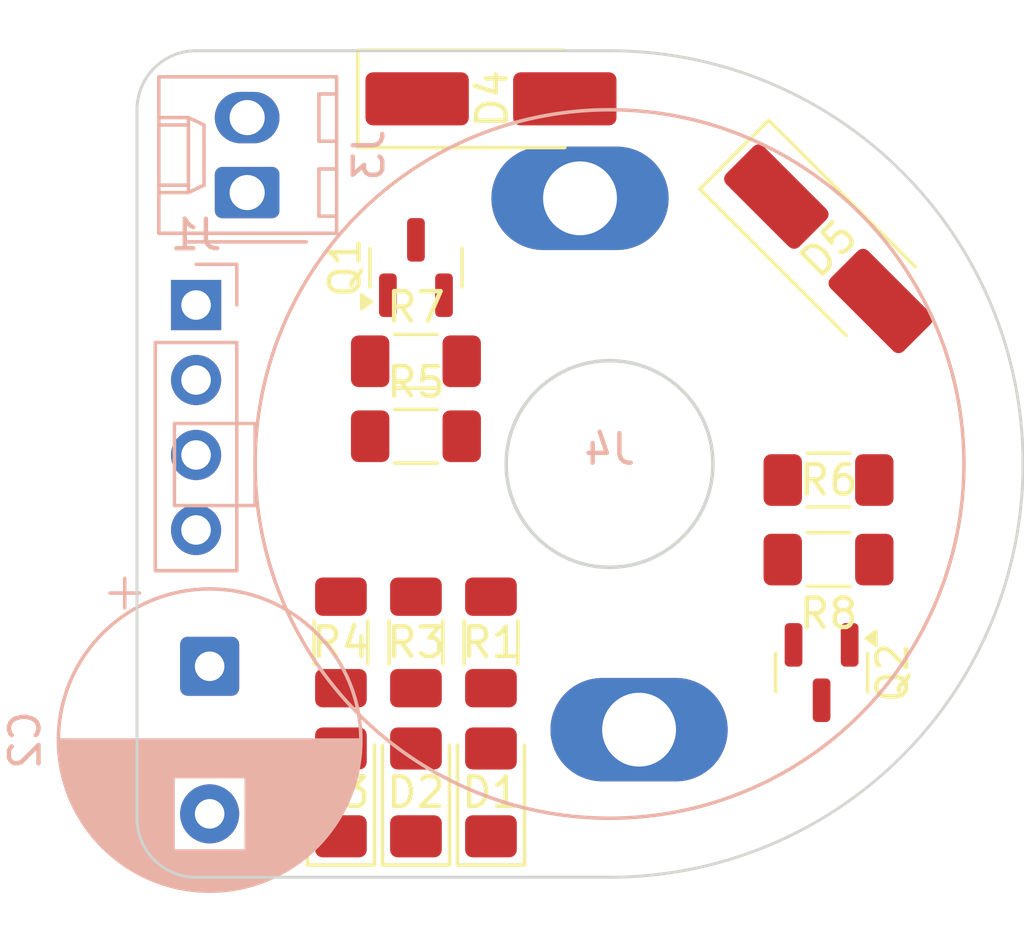
<source format=kicad_pcb>
(kicad_pcb (version 20241229) (generator "pcbnew") (generator_version "9.0")
  (layers (0 "F.Cu" signal) (2 "B.Cu" signal) (13 "F.Paste" user) (15 "B.Paste" user) (5 "F.SilkS" user "F.Silkscreen") (7 "B.SilkS" user "B.Silkscreen") (1 "F.Mask" user) (3 "B.Mask" user) (25 "Edge.Cuts" user))
  (net 0 "")
  (net 1 "+5V")
  (net 2 "GND")
  (net 3 "Net-(D1-A)")
  (net 4 "Net-(D2-A)")
  (net 5 "Net-(D3-A)")
  (net 6 "Net-(D4-A)")
  (net 7 "Net-(D5-A)")
  (net 8 "Net-(Q1-G)")
  (net 9 "Net-(Q2-G)")
  (net 10 "S_EV")
  (net 11 "S_PUMP")
  (footprint "Resistor_SMD:R_1206_3216Metric_Pad1.30x1.75mm_HandSolder" (layer "F.Cu") (at 145.415 103.238467 180)
    (property "Reference" "R8" (at 0 -1.829999 0) (layer "F.SilkS"))
    (property "Value" "10K")
    (fp_line (start -0.727064 0.91) (end 0.727064 0.91) (stroke (width 0.12)) (layer "F.SilkS"))
    (fp_line (start -0.727064 -0.91) (end 0.727064 -0.91) (stroke (width 0.12)) (layer "F.SilkS"))
    (pad "1" smd roundrect (at -1.550001 0 180) (size 1.3 1.75) (layers "F.Cu" "F.Mask" "F.Paste") (roundrect_rratio 0.192308) (net 9 "Net-(Q2-G)"))
    (pad "2" smd roundrect (at 1.550001 0 180) (size 1.3 1.75) (layers "F.Cu" "F.Mask" "F.Paste") (roundrect_rratio 0.192308) (net 2 "GND"))
  )
  (footprint "Resistor_SMD:R_1206_3216Metric_Pad1.30x1.75mm_HandSolder" (layer "F.Cu") (at 145.415 100.54439)
    (property "Reference" "R6" (at 0 0 0) (layer "F.SilkS"))
    (property "Value" "270R")
    (fp_line (start -0.727064 -0.91) (end 0.727064 -0.91) (stroke (width 0.12)) (layer "F.SilkS"))
    (fp_line (start -0.727064 0.91) (end 0.727064 0.91) (stroke (width 0.12)) (layer "F.SilkS"))
    (pad "1" smd roundrect (at -1.550001 0) (size 1.3 1.75) (layers "F.Cu" "F.Mask" "F.Paste") (roundrect_rratio 0.192308) (net 11 "S_PUMP"))
    (pad "2" smd roundrect (at 1.550001 0) (size 1.3 1.75) (layers "F.Cu" "F.Mask" "F.Paste") (roundrect_rratio 0.192308) (net 9 "Net-(Q2-G)"))
  )
  (footprint "Diode_SMD:D_SMA_Handsoldering" (layer "F.Cu") (at 133.985 87.63)
    (property "Reference" "D4" (at 0.04 0 90) (layer "F.SilkS"))
    (property "Value" "D_Small")
    (fp_line (start -4.51 -1.65) (end -4.51 1.65) (stroke (width 0.12)) (layer "F.SilkS"))
    (fp_line (start -4.51 -1.65) (end 2.5 -1.65) (stroke (width 0.12)) (layer "F.SilkS"))
    (fp_line (start -4.51 1.65) (end 2.5 1.65) (stroke (width 0.12)) (layer "F.SilkS"))
    (pad "1" smd roundrect (at -2.5 0) (size 3.5 1.8) (layers "F.Cu" "F.Mask" "F.Paste") (roundrect_rratio 0.1388888889) (net 1 "+5V"))
    (pad "2" smd roundrect (at 2.5 0) (size 3.5 1.8) (layers "F.Cu" "F.Mask" "F.Paste") (roundrect_rratio 0.1388888889) (net 6 "Net-(D4-A)"))
  )
  (footprint "LED_SMD:LED_1206_3216Metric_Pad1.42x1.75mm_HandSolder" (layer "F.Cu") (at 131.444999 111.124999 90)
    (property "Reference" "D2" (at 0 0 0) (layer "F.SilkS"))
    (property "Value" "LED_Small")
    (fp_line (start 1.6 -1.135) (end -2.46 -1.135) (stroke (width 0.12)) (layer "F.SilkS"))
    (fp_line (start -2.46 -1.135) (end -2.46 1.135) (stroke (width 0.12)) (layer "F.SilkS"))
    (fp_line (start -2.46 1.135) (end 1.6 1.135) (stroke (width 0.12)) (layer "F.SilkS"))
    (pad "1" smd roundrect (at -1.4875 0 90) (size 1.425 1.75) (layers "F.Cu" "F.Mask" "F.Paste") (roundrect_rratio 0.175439) (net 2 "GND"))
    (pad "2" smd roundrect (at 1.4875 0 90) (size 1.425 1.75) (layers "F.Cu" "F.Mask" "F.Paste") (roundrect_rratio 0.175439) (net 4 "Net-(D2-A)"))
  )
  (footprint "LED_SMD:LED_1206_3216Metric_Pad1.42x1.75mm_HandSolder" (layer "F.Cu") (at 133.985 111.125 90)
    (property "Reference" "D1" (at 0 0 0) (layer "F.SilkS"))
    (property "Value" "LED_Small")
    (fp_line (start 1.6 -1.135) (end -2.46 -1.135) (stroke (width 0.12)) (layer "F.SilkS"))
    (fp_line (start -2.46 -1.135) (end -2.46 1.135) (stroke (width 0.12)) (layer "F.SilkS"))
    (fp_line (start -2.46 1.135) (end 1.6 1.135) (stroke (width 0.12)) (layer "F.SilkS"))
    (pad "1" smd roundrect (at -1.4875 0 90) (size 1.425 1.75) (layers "F.Cu" "F.Mask" "F.Paste") (roundrect_rratio 0.175439) (net 2 "GND"))
    (pad "2" smd roundrect (at 1.4875 0 90) (size 1.425 1.75) (layers "F.Cu" "F.Mask" "F.Paste") (roundrect_rratio 0.175439) (net 3 "Net-(D1-A)"))
  )
  (footprint "Package_TO_SOT_SMD:SOT-23" (layer "F.Cu") (at 131.445 93.345 90)
    (property "Reference" "Q1" (at 0 -2.4 90) (layer "F.SilkS"))
    (property "Value" "AO3400A")
    (fp_line (start 0 -1.560001) (end 0.65 -1.56) (stroke (width 0.12)) (layer "F.SilkS"))
    (fp_line (start 0 -1.560001) (end -0.65 -1.56) (stroke (width 0.12)) (layer "F.SilkS"))
    (fp_line (start 0 1.560001) (end 0.65 1.56) (stroke (width 0.12)) (layer "F.SilkS"))
    (fp_line (start 0 1.560001) (end -0.65 1.56) (stroke (width 0.12)) (layer "F.SilkS"))
    (fp_poly (pts (xy -1.1625 -1.51) (xy -1.4025 -1.84) (xy -0.9225 -1.839999)) (stroke (width 0.12)) (fill yes) (layer "F.SilkS"))
    (pad "1" smd roundrect (at -0.9375 -0.95 90) (size 1.475 0.6) (layers "F.Cu" "F.Mask" "F.Paste") (net 8 "Net-(Q1-G)"))
    (pad "2" smd roundrect (at -0.9375 0.95 90) (size 1.475 0.6) (layers "F.Cu" "F.Mask" "F.Paste") (net 2 "GND"))
    (pad "3" smd roundrect (at 0.937501 0 90) (size 1.475 0.6) (layers "F.Cu" "F.Mask" "F.Paste") (net 6 "Net-(D4-A)"))
  )
  (footprint "Diode_SMD:D_SMA_Handsoldering" (layer "F.Cu") (at 145.415 92.71 -45)
    (property "Reference" "D5" (at 0 0 225) (layer "F.SilkS"))
    (property "Value" "D_Small")
    (fp_line (start -4.51 1.65) (end 2.5 1.65) (stroke (width 0.12)) (layer "F.SilkS"))
    (fp_line (start -4.51 -1.65) (end -4.51 1.65) (stroke (width 0.12)) (layer "F.SilkS"))
    (fp_line (start -4.51 -1.65) (end 2.5 -1.65) (stroke (width 0.12)) (layer "F.SilkS"))
    (pad "1" smd roundrect (at -2.5 0 315) (size 3.5 1.8) (layers "F.Cu" "F.Mask" "F.Paste") (roundrect_rratio 0.1388888889) (net 1 "+5V"))
    (pad "2" smd roundrect (at 2.5 0 315) (size 3.5 1.8) (layers "F.Cu" "F.Mask" "F.Paste") (roundrect_rratio 0.1388888889) (net 7 "Net-(D5-A)"))
  )
  (footprint "Package_TO_SOT_SMD:SOT-23" (layer "F.Cu") (at 145.179887 107.065683 -90)
    (property "Reference" "Q2" (at 0 -2.4 90) (layer "F.SilkS"))
    (property "Value" "AO3400A")
    (fp_line (start 0 1.560001) (end -0.65 1.56) (stroke (width 0.12)) (layer "F.SilkS"))
    (fp_line (start 0 1.560001) (end 0.65 1.56) (stroke (width 0.12)) (layer "F.SilkS"))
    (fp_line (start 0 -1.560001) (end -0.65 -1.56) (stroke (width 0.12)) (layer "F.SilkS"))
    (fp_line (start 0 -1.560001) (end 0.65 -1.56) (stroke (width 0.12)) (layer "F.SilkS"))
    (fp_poly (pts (xy -1.1625 -1.51) (xy -1.4025 -1.84) (xy -0.9225 -1.839999)) (stroke (width 0.12)) (fill yes) (layer "F.SilkS"))
    (pad "1" smd roundrect (at -0.9375 -0.95 270) (size 1.475 0.6) (layers "F.Cu" "F.Mask" "F.Paste") (net 9 "Net-(Q2-G)"))
    (pad "2" smd roundrect (at -0.9375 0.95 270) (size 1.475 0.6) (layers "F.Cu" "F.Mask" "F.Paste") (net 2 "GND"))
    (pad "3" smd roundrect (at 0.937501 0 270) (size 1.475 0.6) (layers "F.Cu" "F.Mask" "F.Paste") (net 7 "Net-(D5-A)"))
  )
  (footprint "Resistor_SMD:R_1206_3216Metric_Pad1.30x1.75mm_HandSolder" (layer "F.Cu") (at 131.445 99.06)
    (property "Reference" "R5" (at 0 -1.83 0) (layer "F.SilkS"))
    (property "Value" "270R")
    (fp_line (start -0.727064 -0.91) (end 0.727064 -0.91) (stroke (width 0.12)) (layer "F.SilkS"))
    (fp_line (start -0.727064 0.91) (end 0.727064 0.91) (stroke (width 0.12)) (layer "F.SilkS"))
    (pad "1" smd roundrect (at -1.55 0) (size 1.3 1.75) (layers "F.Cu" "F.Mask" "F.Paste") (roundrect_rratio 0.192308) (net 8 "Net-(Q1-G)"))
    (pad "2" smd roundrect (at 1.55 0) (size 1.3 1.75) (layers "F.Cu" "F.Mask" "F.Paste") (roundrect_rratio 0.192308) (net 10 "S_EV"))
  )
  (footprint "Resistor_SMD:R_1206_3216Metric_Pad1.30x1.75mm_HandSolder" (layer "F.Cu") (at 131.444999 106.044996 -90)
    (property "Reference" "R3" (at 0 0 0) (layer "F.SilkS"))
    (property "Value" "1K")
    (fp_line (start -0.727064 0.91) (end 0.727064 0.91) (stroke (width 0.12)) (layer "F.SilkS"))
    (fp_line (start -0.727064 -0.91) (end 0.727064 -0.91) (stroke (width 0.12)) (layer "F.SilkS"))
    (pad "1" smd roundrect (at -1.550001 0 270) (size 1.3 1.75) (layers "F.Cu" "F.Mask" "F.Paste") (roundrect_rratio 0.192308) (net 10 "S_EV"))
    (pad "2" smd roundrect (at 1.550001 0 270) (size 1.3 1.75) (layers "F.Cu" "F.Mask" "F.Paste") (roundrect_rratio 0.192308) (net 4 "Net-(D2-A)"))
  )
  (footprint "Resistor_SMD:R_1206_3216Metric_Pad1.30x1.75mm_HandSolder" (layer "F.Cu") (at 128.904998 106.044996 -90)
    (property "Reference" "R4" (at 0 0 0) (layer "F.SilkS"))
    (property "Value" "1k")
    (fp_line (start -0.727064 0.91) (end 0.727064 0.91) (stroke (width 0.12)) (layer "F.SilkS"))
    (fp_line (start -0.727064 -0.91) (end 0.727064 -0.91) (stroke (width 0.12)) (layer "F.SilkS"))
    (pad "1" smd roundrect (at -1.550001 0 270) (size 1.3 1.75) (layers "F.Cu" "F.Mask" "F.Paste") (roundrect_rratio 0.192308) (net 11 "S_PUMP"))
    (pad "2" smd roundrect (at 1.550001 0 270) (size 1.3 1.75) (layers "F.Cu" "F.Mask" "F.Paste") (roundrect_rratio 0.192308) (net 5 "Net-(D3-A)"))
  )
  (footprint "LED_SMD:LED_1206_3216Metric_Pad1.42x1.75mm_HandSolder" (layer "F.Cu") (at 128.904999 111.124995 90)
    (property "Reference" "D3" (at 0 0 0) (layer "F.SilkS"))
    (property "Value" "LED_Small")
    (fp_line (start 1.6 -1.135) (end -2.46 -1.135) (stroke (width 0.12)) (layer "F.SilkS"))
    (fp_line (start -2.46 -1.135) (end -2.46 1.135) (stroke (width 0.12)) (layer "F.SilkS"))
    (fp_line (start -2.46 1.135) (end 1.6 1.135) (stroke (width 0.12)) (layer "F.SilkS"))
    (pad "1" smd roundrect (at -1.4875 0 90) (size 1.425 1.75) (layers "F.Cu" "F.Mask" "F.Paste") (roundrect_rratio 0.175439) (net 2 "GND"))
    (pad "2" smd roundrect (at 1.4875 0 90) (size 1.425 1.75) (layers "F.Cu" "F.Mask" "F.Paste") (roundrect_rratio 0.175439) (net 5 "Net-(D3-A)"))
  )
  (footprint "Resistor_SMD:R_1206_3216Metric_Pad1.30x1.75mm_HandSolder" (layer "F.Cu") (at 133.985 106.044996 -90)
    (property "Reference" "R1" (at 0 0 0) (layer "F.SilkS"))
    (property "Value" "1K")
    (fp_line (start -0.727064 0.91) (end 0.727064 0.91) (stroke (width 0.12)) (layer "F.SilkS"))
    (fp_line (start -0.727064 -0.91) (end 0.727064 -0.91) (stroke (width 0.12)) (layer "F.SilkS"))
    (pad "1" smd roundrect (at -1.550001 0 270) (size 1.3 1.75) (layers "F.Cu" "F.Mask" "F.Paste") (roundrect_rratio 0.192308) (net 1 "+5V"))
    (pad "2" smd roundrect (at 1.550001 0 270) (size 1.3 1.75) (layers "F.Cu" "F.Mask" "F.Paste") (roundrect_rratio 0.192308) (net 3 "Net-(D1-A)"))
  )
  (footprint "Resistor_SMD:R_1206_3216Metric_Pad1.30x1.75mm_HandSolder" (layer "F.Cu") (at 131.445 96.52)
    (property "Reference" "R7" (at 0 -1.83 0) (layer "F.SilkS"))
    (property "Value" "10K")
    (fp_line (start -0.727064 -0.91) (end 0.727064 -0.91) (stroke (width 0.12)) (layer "F.SilkS"))
    (fp_line (start -0.727064 0.91) (end 0.727064 0.91) (stroke (width 0.12)) (layer "F.SilkS"))
    (pad "1" smd roundrect (at -1.55 0) (size 1.3 1.75) (layers "F.Cu" "F.Mask" "F.Paste") (roundrect_rratio 0.192308) (net 8 "Net-(Q1-G)"))
    (pad "2" smd roundrect (at 1.55 0) (size 1.3 1.75) (layers "F.Cu" "F.Mask" "F.Paste") (roundrect_rratio 0.192308) (net 2 "GND"))
  )
  (footprint "Capacitor_THT:CP_Radial_D10.0mm_P5.00mm" (layer "B.Cu") (at 124.46 106.852323 -90)
    (property "Reference" "C2" (at 2.5 6.249999 90) (layer "B.SilkS") (effects (justify mirror)))
    (property "Value" "C_Polarized_Small")
    (fp_line (start 2.54 5.08) (end 2.54 -5.08) (stroke (width 0.12)) (layer "B.SilkS"))
    (fp_line (start 2.5 5.079999) (end 2.5 -5.079999) (stroke (width 0.12)) (layer "B.SilkS"))
    (fp_line (start 2.58 5.079) (end 2.58 -5.079) (stroke (width 0.12)) (layer "B.SilkS"))
    (fp_line (start 2.62 5.079) (end 2.62 -5.079) (stroke (width 0.12)) (layer "B.SilkS"))
    (fp_line (start 2.66 5.077) (end 2.66 -5.077) (stroke (width 0.12)) (layer "B.SilkS"))
    (fp_line (start 2.7 5.076) (end 2.7 -5.076) (stroke (width 0.12)) (layer "B.SilkS"))
    (fp_line (start 2.74 5.074) (end 2.74 -5.074) (stroke (width 0.12)) (layer "B.SilkS"))
    (fp_line (start 2.78 5.072) (end 2.78 -5.072) (stroke (width 0.12)) (layer "B.SilkS"))
    (fp_line (start 2.820001 5.07) (end 2.820001 -5.07) (stroke (width 0.12)) (layer "B.SilkS"))
    (fp_line (start 2.859999 5.067) (end 2.859999 -5.067) (stroke (width 0.12)) (layer "B.SilkS"))
    (fp_line (start 2.9 5.064) (end 2.9 -5.064) (stroke (width 0.12)) (layer "B.SilkS"))
    (fp_line (start 2.94 5.060999) (end 2.94 -5.060999) (stroke (width 0.12)) (layer "B.SilkS"))
    (fp_line (start 2.98 5.057) (end 2.98 -5.057) (stroke (width 0.12)) (layer "B.SilkS"))
    (fp_line (start 3.02 5.054) (end 3.02 -5.054) (stroke (width 0.12)) (layer "B.SilkS"))
    (fp_line (start 3.06 5.049) (end 3.06 -5.049) (stroke (width 0.12)) (layer "B.SilkS"))
    (fp_line (start 3.1 5.045) (end 3.1 -5.045) (stroke (width 0.12)) (layer "B.SilkS"))
    (fp_line (start 3.14 5.04) (end 3.14 -5.04) (stroke (width 0.12)) (layer "B.SilkS"))
    (fp_line (start 3.18 5.035) (end 3.18 -5.035) (stroke (width 0.12)) (layer "B.SilkS"))
    (fp_line (start 3.22 5.029) (end 3.22 -5.029) (stroke (width 0.12)) (layer "B.SilkS"))
    (fp_line (start 3.26 5.022999) (end 3.26 -5.022999) (stroke (width 0.12)) (layer "B.SilkS"))
    (fp_line (start 3.3 5.017) (end 3.3 -5.017) (stroke (width 0.12)) (layer "B.SilkS"))
    (fp_line (start 3.34 5.011) (end 3.34 -5.011) (stroke (width 0.12)) (layer "B.SilkS"))
    (fp_line (start 3.38 5.004) (end 3.38 -5.004) (stroke (width 0.12)) (layer "B.SilkS"))
    (fp_line (start 3.42 4.997) (end 3.42 -4.997) (stroke (width 0.12)) (layer "B.SilkS"))
    (fp_line (start 3.46 4.989) (end 3.46 -4.989) (stroke (width 0.12)) (layer "B.SilkS"))
    (fp_line (start 3.5 4.981) (end 3.5 -4.981) (stroke (width 0.12)) (layer "B.SilkS"))
    (fp_line (start 3.54 4.973) (end 3.54 -4.973) (stroke (width 0.12)) (layer "B.SilkS"))
    (fp_line (start 3.58 4.965) (end 3.58 -4.965) (stroke (width 0.12)) (layer "B.SilkS"))
    (fp_line (start 3.62 4.956) (end 3.62 -4.956) (stroke (width 0.12)) (layer "B.SilkS"))
    (fp_line (start 3.66 4.947) (end 3.66 -4.947) (stroke (width 0.12)) (layer "B.SilkS"))
    (fp_line (start 3.7 4.937) (end 3.7 -4.937) (stroke (width 0.12)) (layer "B.SilkS"))
    (fp_line (start 3.74 4.928) (end 3.74 -4.928) (stroke (width 0.12)) (layer "B.SilkS"))
    (fp_line (start 3.780001 4.917) (end 3.78 1.24) (stroke (width 0.12)) (layer "B.SilkS"))
    (fp_line (start 3.82 4.907) (end 3.819999 1.24) (stroke (width 0.12)) (layer "B.SilkS"))
    (fp_line (start 3.86 4.896) (end 3.86 1.24) (stroke (width 0.12)) (layer "B.SilkS"))
    (fp_line (start 3.9 4.885) (end 3.9 1.24) (stroke (width 0.12)) (layer "B.SilkS"))
    (fp_line (start 3.94 4.873) (end 3.94 1.24) (stroke (width 0.12)) (layer "B.SilkS"))
    (fp_line (start 3.98 4.861) (end 3.98 1.239999) (stroke (width 0.12)) (layer "B.SilkS"))
    (fp_line (start 4.02 4.849) (end 4.02 1.24) (stroke (width 0.12)) (layer "B.SilkS"))
    (fp_line (start 4.06 4.837) (end 4.06 1.24) (stroke (width 0.12)) (layer "B.SilkS"))
    (fp_line (start 4.1 4.824) (end 4.1 1.24) (stroke (width 0.12)) (layer "B.SilkS"))
    (fp_line (start 4.14 4.810001) (end 4.14 1.239999) (stroke (width 0.12)) (layer "B.SilkS"))
    (fp_line (start 4.18 4.797) (end 4.18 1.24) (stroke (width 0.12)) (layer "B.SilkS"))
    (fp_line (start 4.22 4.782) (end 4.22 1.24) (stroke (width 0.12)) (layer "B.SilkS"))
    (fp_line (start 4.26 4.768) (end 4.259999 1.24) (stroke (width 0.12)) (layer "B.SilkS"))
    (fp_line (start 4.3 4.753) (end 4.3 1.24) (stroke (width 0.12)) (layer "B.SilkS"))
    (fp_line (start 4.34 4.737999) (end 4.34 1.24) (stroke (width 0.12)) (layer "B.SilkS"))
    (fp_line (start 4.38 4.722) (end 4.38 1.24) (stroke (width 0.12)) (layer "B.SilkS"))
    (fp_line (start 4.419999 4.706) (end 4.42 1.239999) (stroke (width 0.12)) (layer "B.SilkS"))
    (fp_line (start 4.46 4.69) (end 4.46 1.24) (stroke (width 0.12)) (layer "B.SilkS"))
    (fp_line (start 4.500001 4.673) (end 4.5 1.24) (stroke (width 0.12)) (layer "B.SilkS"))
    (fp_line (start 4.54 4.656) (end 4.54 1.24) (stroke (width 0.12)) (layer "B.SilkS"))
    (fp_line (start 4.58 4.638) (end 4.58 1.239999) (stroke (width 0.12)) (layer "B.SilkS"))
    (fp_line (start 4.62 4.62) (end 4.62 1.24) (stroke (width 0.12)) (layer "B.SilkS"))
    (fp_line (start 4.66 4.602) (end 4.66 1.24) (stroke (width 0.12)) (layer "B.SilkS"))
    (fp_line (start 4.699999 4.583) (end 4.699999 1.24) (stroke (width 0.12)) (layer "B.SilkS"))
    (fp_line (start 4.74 4.564) (end 4.740001 1.24) (stroke (width 0.12)) (layer "B.SilkS"))
    (fp_line (start 4.78 4.544) (end 4.78 1.24) (stroke (width 0.12)) (layer "B.SilkS"))
    (fp_line (start 4.82 4.524) (end 4.82 1.24) (stroke (width 0.12)) (layer "B.SilkS"))
    (fp_line (start 4.86 4.504) (end 4.86 1.239999) (stroke (width 0.12)) (layer "B.SilkS"))
    (fp_line (start 4.9 4.483) (end 4.9 1.24) (stroke (width 0.12)) (layer "B.SilkS"))
    (fp_line (start 4.94 4.461) (end 4.94 1.24) (stroke (width 0.12)) (layer "B.SilkS"))
    (fp_line (start 4.98 4.439) (end 4.98 1.24) (stroke (width 0.12)) (layer "B.SilkS"))
    (fp_line (start 5.02 4.417) (end 5.02 1.239999) (stroke (width 0.12)) (layer "B.SilkS"))
    (fp_line (start 5.06 4.394) (end 5.06 1.24) (stroke (width 0.12)) (layer "B.SilkS"))
    (fp_line (start 5.1 4.371) (end 5.1 1.24) (stroke (width 0.12)) (layer "B.SilkS"))
    (fp_line (start 5.14 4.347) (end 5.139999 1.24) (stroke (width 0.12)) (layer "B.SilkS"))
    (fp_line (start 5.180001 4.323) (end 5.180001 1.24) (stroke (width 0.12)) (layer "B.SilkS"))
    (fp_line (start 5.219999 4.298) (end 5.22 1.24) (stroke (width 0.12)) (layer "B.SilkS"))
    (fp_line (start 5.26 4.272) (end 5.26 1.24) (stroke (width 0.12)) (layer "B.SilkS"))
    (fp_line (start 5.299999 4.247) (end 5.3 1.239999) (stroke (width 0.12)) (layer "B.SilkS"))
    (fp_line (start 5.34 4.22) (end 5.34 1.24) (stroke (width 0.12)) (layer "B.SilkS"))
    (fp_line (start 5.38 4.193) (end 5.38 1.24) (stroke (width 0.12)) (layer "B.SilkS"))
    (fp_line (start 5.42 4.166) (end 5.42 1.24) (stroke (width 0.12)) (layer "B.SilkS"))
    (fp_line (start 5.46 4.138) (end 5.46 1.239999) (stroke (width 0.12)) (layer "B.SilkS"))
    (fp_line (start 5.5 4.109) (end 5.5 1.24) (stroke (width 0.12)) (layer "B.SilkS"))
    (fp_line (start 5.54 4.08) (end 5.54 1.24) (stroke (width 0.12)) (layer "B.SilkS"))
    (fp_line (start 5.58 4.05) (end 5.58 1.24) (stroke (width 0.12)) (layer "B.SilkS"))
    (fp_line (start 5.62 4.02) (end 5.620001 1.24) (stroke (width 0.12)) (layer "B.SilkS"))
    (fp_line (start 5.66 3.988) (end 5.66 1.24) (stroke (width 0.12)) (layer "B.SilkS"))
    (fp_line (start 5.7 3.957) (end 5.7 1.24) (stroke (width 0.12)) (layer "B.SilkS"))
    (fp_line (start 5.74 3.924) (end 5.74 1.239999) (stroke (width 0.12)) (layer "B.SilkS"))
    (fp_line (start 5.78 3.891) (end 5.78 1.24) (stroke (width 0.12)) (layer "B.SilkS"))
    (fp_line (start 5.82 3.857999) (end 5.82 1.24) (stroke (width 0.12)) (layer "B.SilkS"))
    (fp_line (start 5.86 3.823) (end 5.86 1.24) (stroke (width 0.12)) (layer "B.SilkS"))
    (fp_line (start 5.9 3.787999) (end 5.9 1.239999) (stroke (width 0.12)) (layer "B.SilkS"))
    (fp_line (start 5.94 3.752) (end 5.94 1.24) (stroke (width 0.12)) (layer "B.SilkS"))
    (fp_line (start 5.98 3.716) (end 5.98 1.24) (stroke (width 0.12)) (layer "B.SilkS"))
    (fp_line (start 6.02 3.678) (end 6.02 1.24) (stroke (width 0.12)) (layer "B.SilkS"))
    (fp_line (start 6.06 3.64) (end 6.060001 1.24) (stroke (width 0.12)) (layer "B.SilkS"))
    (fp_line (start 6.1 3.601) (end 6.1 1.24) (stroke (width 0.12)) (layer "B.SilkS"))
    (fp_line (start 6.14 3.561) (end 6.14 1.24) (stroke (width 0.12)) (layer "B.SilkS"))
    (fp_line (start 6.18 3.52) (end 6.179999 1.24) (stroke (width 0.12)) (layer "B.SilkS"))
    (fp_line (start 6.22 3.478) (end 6.22 1.24) (stroke (width 0.12)) (layer "B.SilkS"))
    (fp_line (start 6.26 3.435) (end 6.26 -3.435) (stroke (width 0.12)) (layer "B.SilkS"))
    (fp_line (start 6.3 3.391) (end 6.3 -3.391) (stroke (width 0.12)) (layer "B.SilkS"))
    (fp_line (start -2.479646 3.375) (end -2.479646 2.375) (stroke (width 0.12)) (layer "B.SilkS"))
    (fp_line (start 6.34 3.346999) (end 6.34 -3.346999) (stroke (width 0.12)) (layer "B.SilkS"))
    (fp_line (start 6.38 3.301) (end 6.38 -3.301) (stroke (width 0.12)) (layer "B.SilkS"))
    (fp_line (start 6.42 3.254) (end 6.42 -3.254) (stroke (width 0.12)) (layer "B.SilkS"))
    (fp_line (start 6.46 3.205) (end 6.46 -3.205) (stroke (width 0.12)) (layer "B.SilkS"))
    (fp_line (start 6.5 3.156) (end 6.5 -3.156) (stroke (width 0.12)) (layer "B.SilkS"))
    (fp_line (start 6.54 3.105) (end 6.54 -3.105) (stroke (width 0.12)) (layer "B.SilkS"))
    (fp_line (start 6.580001 3.053) (end 6.580001 -3.053) (stroke (width 0.12)) (layer "B.SilkS"))
    (fp_line (start 6.62 3) (end 6.62 -3) (stroke (width 0.12)) (layer "B.SilkS"))
    (fp_line (start 6.66 2.945) (end 6.66 -2.945) (stroke (width 0.12)) (layer "B.SilkS"))
    (fp_line (start 6.7 2.888) (end 6.7 -2.888) (stroke (width 0.12)) (layer "B.SilkS"))
    (fp_line (start -2.979646 2.875) (end -1.979646 2.875) (stroke (width 0.12)) (layer "B.SilkS"))
    (fp_line (start 6.74 2.83) (end 6.74 -2.83) (stroke (width 0.12)) (layer "B.SilkS"))
    (fp_line (start 6.78 2.77) (end 6.78 -2.77) (stroke (width 0.12)) (layer "B.SilkS"))
    (fp_line (start 6.82 2.708) (end 6.82 -2.708) (stroke (width 0.12)) (layer "B.SilkS"))
    (fp_line (start 6.86 2.644) (end 6.86 -2.644) (stroke (width 0.12)) (layer "B.SilkS"))
    (fp_line (start 6.9 2.578) (end 6.9 -2.578) (stroke (width 0.12)) (layer "B.SilkS"))
    (fp_line (start 6.94 2.51) (end 6.94 -2.51) (stroke (width 0.12)) (layer "B.SilkS"))
    (fp_line (start 6.98 2.439) (end 6.98 -2.439) (stroke (width 0.12)) (layer "B.SilkS"))
    (fp_line (start 7.02 2.365) (end 7.02 -2.365) (stroke (width 0.12)) (layer "B.SilkS"))
    (fp_line (start 7.06 2.288) (end 7.06 -2.288) (stroke (width 0.12)) (layer "B.SilkS"))
    (fp_line (start 7.1 2.208) (end 7.1 -2.208) (stroke (width 0.12)) (layer "B.SilkS"))
    (fp_line (start 7.14 2.124) (end 7.14 -2.124) (stroke (width 0.12)) (layer "B.SilkS"))
    (fp_line (start 7.18 2.037) (end 7.18 -2.037) (stroke (width 0.12)) (layer "B.SilkS"))
    (fp_line (start 7.22 1.944001) (end 7.22 -1.944001) (stroke (width 0.12)) (layer "B.SilkS"))
    (fp_line (start 7.26 1.846) (end 7.26 -1.846) (stroke (width 0.12)) (layer "B.SilkS"))
    (fp_line (start 7.3 1.742001) (end 7.3 -1.742001) (stroke (width 0.12)) (layer "B.SilkS"))
    (fp_line (start 7.34 1.63) (end 7.34 -1.63) (stroke (width 0.12)) (layer "B.SilkS"))
    (fp_line (start 7.38 1.509) (end 7.38 -1.509) (stroke (width 0.12)) (layer "B.SilkS"))
    (fp_line (start 7.42 1.377) (end 7.42 -1.377) (stroke (width 0.12)) (layer "B.SilkS"))
    (fp_line (start 7.46 1.23) (end 7.46 -1.23) (stroke (width 0.12)) (layer "B.SilkS"))
    (fp_line (start 7.499999 1.062) (end 7.499999 -1.062) (stroke (width 0.12)) (layer "B.SilkS"))
    (fp_line (start 7.54 0.862) (end 7.54 -0.862) (stroke (width 0.12)) (layer "B.SilkS"))
    (fp_line (start 7.579999 0.599) (end 7.579999 -0.599) (stroke (width 0.12)) (layer "B.SilkS"))
    (fp_line (start 3.98 -1.239999) (end 3.98 -4.861) (stroke (width 0.12)) (layer "B.SilkS"))
    (fp_line (start 4.14 -1.239999) (end 4.14 -4.810001) (stroke (width 0.12)) (layer "B.SilkS"))
    (fp_line (start 4.42 -1.239999) (end 4.419999 -4.706) (stroke (width 0.12)) (layer "B.SilkS"))
    (fp_line (start 4.58 -1.239999) (end 4.58 -4.638) (stroke (width 0.12)) (layer "B.SilkS"))
    (fp_line (start 4.86 -1.239999) (end 4.86 -4.504) (stroke (width 0.12)) (layer "B.SilkS"))
    (fp_line (start 5.02 -1.239999) (end 5.02 -4.417) (stroke (width 0.12)) (layer "B.SilkS"))
    (fp_line (start 5.3 -1.239999) (end 5.299999 -4.247) (stroke (width 0.12)) (layer "B.SilkS"))
    (fp_line (start 5.46 -1.239999) (end 5.46 -4.138) (stroke (width 0.12)) (layer "B.SilkS"))
    (fp_line (start 5.74 -1.239999) (end 5.74 -3.924) (stroke (width 0.12)) (layer "B.SilkS"))
    (fp_line (start 5.9 -1.239999) (end 5.9 -3.787999) (stroke (width 0.12)) (layer "B.SilkS"))
    (fp_line (start 3.78 -1.24) (end 3.780001 -4.917) (stroke (width 0.12)) (layer "B.SilkS"))
    (fp_line (start 3.819999 -1.24) (end 3.82 -4.907) (stroke (width 0.12)) (layer "B.SilkS"))
    (fp_line (start 3.86 -1.24) (end 3.86 -4.896) (stroke (width 0.12)) (layer "B.SilkS"))
    (fp_line (start 3.9 -1.24) (end 3.9 -4.885) (stroke (width 0.12)) (layer "B.SilkS"))
    (fp_line (start 3.94 -1.24) (end 3.94 -4.873) (stroke (width 0.12)) (layer "B.SilkS"))
    (fp_line (start 4.02 -1.24) (end 4.02 -4.849) (stroke (width 0.12)) (layer "B.SilkS"))
    (fp_line (start 4.06 -1.24) (end 4.06 -4.837) (stroke (width 0.12)) (layer "B.SilkS"))
    (fp_line (start 4.1 -1.24) (end 4.1 -4.824) (stroke (width 0.12)) (layer "B.SilkS"))
    (fp_line (start 4.18 -1.24) (end 4.18 -4.797) (stroke (width 0.12)) (layer "B.SilkS"))
    (fp_line (start 4.22 -1.24) (end 4.22 -4.782) (stroke (width 0.12)) (layer "B.SilkS"))
    (fp_line (start 4.259999 -1.24) (end 4.26 -4.768) (stroke (width 0.12)) (layer "B.SilkS"))
    (fp_line (start 4.3 -1.24) (end 4.3 -4.753) (stroke (width 0.12)) (layer "B.SilkS"))
    (fp_line (start 4.34 -1.24) (end 4.34 -4.737999) (stroke (width 0.12)) (layer "B.SilkS"))
    (fp_line (start 4.38 -1.24) (end 4.38 -4.722) (stroke (width 0.12)) (layer "B.SilkS"))
    (fp_line (start 4.46 -1.24) (end 4.46 -4.69) (stroke (width 0.12)) (layer "B.SilkS"))
    (fp_line (start 4.5 -1.24) (end 4.500001 -4.673) (stroke (width 0.12)) (layer "B.SilkS"))
    (fp_line (start 4.54 -1.24) (end 4.54 -4.656) (stroke (width 0.12)) (layer "B.SilkS"))
    (fp_line (start 4.62 -1.24) (end 4.62 -4.62) (stroke (width 0.12)) (layer "B.SilkS"))
    (fp_line (start 4.66 -1.24) (end 4.66 -4.602) (stroke (width 0.12)) (layer "B.SilkS"))
    (fp_line (start 4.699999 -1.24) (end 4.699999 -4.583) (stroke (width 0.12)) (layer "B.SilkS"))
    (fp_line (start 4.740001 -1.24) (end 4.74 -4.564) (stroke (width 0.12)) (layer "B.SilkS"))
    (fp_line (start 4.78 -1.24) (end 4.78 -4.544) (stroke (width 0.12)) (layer "B.SilkS"))
    (fp_line (start 4.82 -1.24) (end 4.82 -4.524) (stroke (width 0.12)) (layer "B.SilkS"))
    (fp_line (start 4.9 -1.24) (end 4.9 -4.483) (stroke (width 0.12)) (layer "B.SilkS"))
    (fp_line (start 4.94 -1.24) (end 4.94 -4.461) (stroke (width 0.12)) (layer "B.SilkS"))
    (fp_line (start 4.98 -1.24) (end 4.98 -4.439) (stroke (width 0.12)) (layer "B.SilkS"))
    (fp_line (start 5.06 -1.24) (end 5.06 -4.394) (stroke (width 0.12)) (layer "B.SilkS"))
    (fp_line (start 5.1 -1.24) (end 5.1 -4.371) (stroke (width 0.12)) (layer "B.SilkS"))
    (fp_line (start 5.139999 -1.24) (end 5.14 -4.347) (stroke (width 0.12)) (layer "B.SilkS"))
    (fp_line (start 5.180001 -1.24) (end 5.180001 -4.323) (stroke (width 0.12)) (layer "B.SilkS"))
    (fp_line (start 5.22 -1.24) (end 5.219999 -4.298) (stroke (width 0.12)) (layer "B.SilkS"))
    (fp_line (start 5.26 -1.24) (end 5.26 -4.272) (stroke (width 0.12)) (layer "B.SilkS"))
    (fp_line (start 5.34 -1.24) (end 5.34 -4.22) (stroke (width 0.12)) (layer "B.SilkS"))
    (fp_line (start 5.38 -1.24) (end 5.38 -4.193) (stroke (width 0.12)) (layer "B.SilkS"))
    (fp_line (start 5.42 -1.24) (end 5.42 -4.166) (stroke (width 0.12)) (layer "B.SilkS"))
    (fp_line (start 5.5 -1.24) (end 5.5 -4.109) (stroke (width 0.12)) (layer "B.SilkS"))
    (fp_line (start 5.54 -1.24) (end 5.54 -4.08) (stroke (width 0.12)) (layer "B.SilkS"))
    (fp_line (start 5.58 -1.24) (end 5.58 -4.05) (stroke (width 0.12)) (layer "B.SilkS"))
    (fp_line (start 5.620001 -1.24) (end 5.62 -4.02) (stroke (width 0.12)) (layer "B.SilkS"))
    (fp_line (start 5.66 -1.24) (end 5.66 -3.988) (stroke (width 0.12)) (layer "B.SilkS"))
    (fp_line (start 5.7 -1.24) (end 5.7 -3.957) (stroke (width 0.12)) (layer "B.SilkS"))
    (fp_line (start 5.78 -1.24) (end 5.78 -3.891) (stroke (width 0.12)) (layer "B.SilkS"))
    (fp_line (start 5.82 -1.24) (end 5.82 -3.857999) (stroke (width 0.12)) (layer "B.SilkS"))
    (fp_line (start 5.86 -1.24) (end 5.86 -3.823) (stroke (width 0.12)) (layer "B.SilkS"))
    (fp_line (start 5.94 -1.24) (end 5.94 -3.752) (stroke (width 0.12)) (layer "B.SilkS"))
    (fp_line (start 5.98 -1.24) (end 5.98 -3.716) (stroke (width 0.12)) (layer "B.SilkS"))
    (fp_line (start 6.02 -1.24) (end 6.02 -3.678) (stroke (width 0.12)) (layer "B.SilkS"))
    (fp_line (start 6.060001 -1.24) (end 6.06 -3.64) (stroke (width 0.12)) (layer "B.SilkS"))
    (fp_line (start 6.1 -1.24) (end 6.1 -3.601) (stroke (width 0.12)) (layer "B.SilkS"))
    (fp_line (start 6.14 -1.24) (end 6.14 -3.561) (stroke (width 0.12)) (layer "B.SilkS"))
    (fp_line (start 6.179999 -1.24) (end 6.18 -3.52) (stroke (width 0.12)) (layer "B.SilkS"))
    (fp_line (start 6.22 -1.24) (end 6.22 -3.478) (stroke (width 0.12)) (layer "B.SilkS"))
    (fp_circle (center 2.5 0) (end 7.62 0) (stroke (width 0.12)) (fill no) (layer "B.SilkS"))
    (pad "1" thru_hole roundrect (at 0 0 270) (size 2 2) (drill 1) (layers "*.Cu" "*.Mask") (roundrect_rratio 0.125) (net 1 "+5V"))
    (pad "2" thru_hole circle (at 5 0 270) (size 2 2) (drill 1) (layers "*.Cu" "*.Mask") (net 2 "GND"))
  )
  (footprint "BarbaLib:motor-pump-370" (layer "B.Cu") (at 138 100 180)
    (property "Reference" "J4" (at 0 0.5 0) (layer "B.SilkS") (effects (justify mirror)))
    (property "Value" "CON_PUMP")
    (fp_rect (start 12 1.371809) (end 14.732 -1.409142) (stroke (width 0.12)) (fill no) (layer "B.SilkS"))
    (fp_circle (center 0 0) (end 12 0) (stroke (width 0.12)) (fill no) (layer "B.SilkS"))
    (fp_circle (center 0 0) (end 3.5 0) (stroke (width 0.12)) (fill no) (layer "Edge.Cuts"))
    (pad "1" thru_hole oval (at 1 9 180) (size 6 3.5) (drill 2.5) (layers "*.Cu" "*.Mask") (net 1 "+5V"))
    (pad "2" thru_hole oval (at -1 -9 180) (size 6 3.5) (drill 2.5) (layers "*.Cu" "*.Mask") (net 7 "Net-(D5-A)"))
  )
  (footprint "Connector_Molex:Molex_KK-254_AE-6410-02A_1x02_P2.54mm_Vertical" (layer "B.Cu") (at 125.73 90.805 90)
    (property "Reference" "J3" (at 1.270001 4.12 90) (layer "B.SilkS") (effects (justify mirror)))
    (property "Value" "CON_EV")
    (fp_line (start 3.92 -2.99) (end 3.92 3.03) (stroke (width 0.12)) (layer "B.SilkS"))
    (fp_line (start 2.29 -2.99) (end 2.29 -1.99) (stroke (width 0.12)) (layer "B.SilkS"))
    (fp_line (start 0.25 -2.99) (end 0.25 -1.99) (stroke (width 0.12)) (layer "B.SilkS"))
    (fp_line (start 0 -2.99) (end 0 -1.989999) (stroke (width 0.12)) (layer "B.SilkS"))
    (fp_line (start -1.38 -2.99) (end 3.92 -2.99) (stroke (width 0.12)) (layer "B.SilkS"))
    (fp_line (start 2.54 -1.99) (end 2.54 -2.99) (stroke (width 0.12)) (layer "B.SilkS"))
    (fp_line (start 0 -1.989999) (end 2.54 -1.99) (stroke (width 0.12)) (layer "B.SilkS"))
    (fp_line (start 0 -1.989999) (end 0.25 -1.46) (stroke (width 0.12)) (layer "B.SilkS"))
    (fp_line (start 0.25 -1.46) (end 2.29 -1.459999) (stroke (width 0.12)) (layer "B.SilkS"))
    (fp_line (start 2.29 -1.459999) (end 2.54 -1.99) (stroke (width 0.12)) (layer "B.SilkS"))
    (fp_line (start -1.67 2) (end -1.67 -2) (stroke (width 0.12)) (layer "B.SilkS"))
    (fp_line (start 3.34 2.43) (end 3.34 3.03) (stroke (width 0.12)) (layer "B.SilkS"))
    (fp_line (start 1.74 2.43) (end 3.34 2.43) (stroke (width 0.12)) (layer "B.SilkS"))
    (fp_line (start 0.8 2.43) (end 0.8 3.03) (stroke (width 0.12)) (layer "B.SilkS"))
    (fp_line (start -0.8 2.43) (end 0.8 2.43) (stroke (width 0.12)) (layer "B.SilkS"))
    (fp_line (start 3.92 3.03) (end -1.38 3.03) (stroke (width 0.12)) (layer "B.SilkS"))
    (fp_line (start 1.74 3.03) (end 1.74 2.43) (stroke (width 0.12)) (layer "B.SilkS"))
    (fp_line (start -0.8 3.03) (end -0.8 2.43) (stroke (width 0.12)) (layer "B.SilkS"))
    (fp_line (start -1.38 3.03) (end -1.38 -2.99) (stroke (width 0.12)) (layer "B.SilkS"))
    (pad "1" thru_hole roundrect (at 0 0 90) (size 1.74 2.19) (drill 1.19) (layers "*.Cu" "*.Mask") (roundrect_rratio 0.143678) (net 6 "Net-(D4-A)"))
    (pad "2" thru_hole oval (at 2.54 0 90) (size 1.74 2.19) (drill 1.19) (layers "*.Cu" "*.Mask") (net 1 "+5V"))
  )
  (footprint "Connector_PinHeader_2.54mm:PinHeader_1x04_P2.54mm_Vertical" (layer "B.Cu") (at 124 94.615 180)
    (property "Reference" "J1" (at 0 2.38 0) (layer "B.SilkS") (effects (justify mirror)))
    (property "Value" "Conn_01x04")
    (fp_line (start 1.38 -1.27) (end 1.379999 -9) (stroke (width 0.12)) (layer "B.SilkS"))
    (fp_line (start -1.379999 0) (end -1.38 1.38) (stroke (width 0.12)) (layer "B.SilkS"))
    (fp_line (start -1.379999 -9) (end 1.379999 -9) (stroke (width 0.12)) (layer "B.SilkS"))
    (fp_line (start -1.38 1.38) (end 0 1.379999) (stroke (width 0.12)) (layer "B.SilkS"))
    (fp_line (start -1.38 -1.27) (end 1.38 -1.27) (stroke (width 0.12)) (layer "B.SilkS"))
    (fp_line (start -1.38 -1.27) (end -1.379999 -9) (stroke (width 0.12)) (layer "B.SilkS"))
    (pad "1" thru_hole rect (at 0 0 180) (size 1.7 1.7) (drill 1) (layers "*.Cu" "*.Mask") (net 2 "GND"))
    (pad "2" thru_hole circle (at 0 -2.54 180) (size 1.7 1.7) (drill 1) (layers "*.Cu" "*.Mask") (net 1 "+5V"))
    (pad "3" thru_hole circle (at 0 -5.079999 180) (size 1.7 1.7) (drill 1) (layers "*.Cu" "*.Mask") (net 10 "S_EV"))
    (pad "4" thru_hole circle (at 0 -7.62 180) (size 1.7 1.7) (drill 1) (layers "*.Cu" "*.Mask") (net 11 "S_PUMP"))
  )
  (gr_line (start 124 114) (end 138 114) (stroke (width 0.1)) (layer "Edge.Cuts"))
  (gr_arc (start 122 88) (mid 122.585786 86.585786) (end 124 86) (stroke (width 0.1)) (layer "Edge.Cuts"))
  (gr_arc (start 123.999998 114.000002) (mid 122.585785 113.414215) (end 121.999998 112.000002) (stroke (width 0.1)) (layer "Edge.Cuts"))
  (gr_arc (start 138 86) (mid 152 100) (end 138 114) (stroke (width 0.1)) (layer "Edge.Cuts"))
  (gr_line (start 138 86) (end 124 86) (stroke (width 0.1)) (layer "Edge.Cuts"))
  (gr_line (start 122 88) (end 122 112) (stroke (width 0.1)) (layer "Edge.Cuts"))
)
</source>
